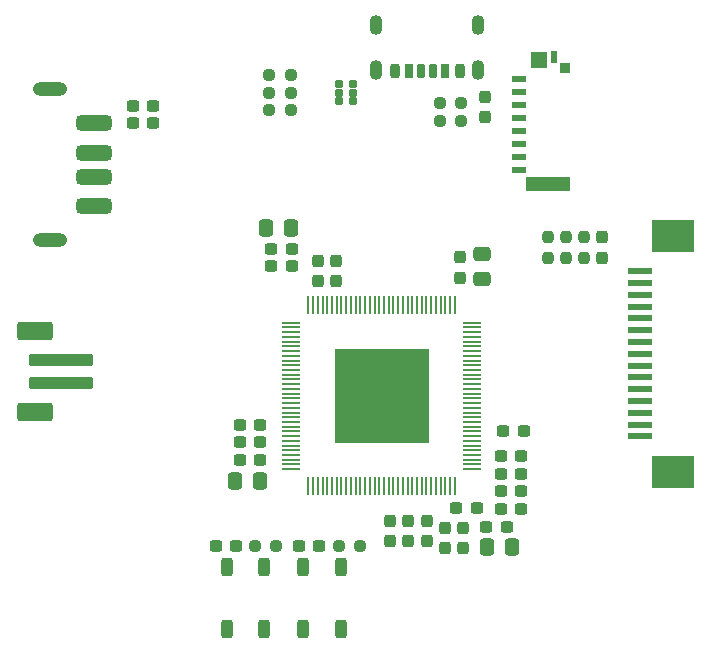
<source format=gtp>
%TF.GenerationSoftware,KiCad,Pcbnew,9.0.6*%
%TF.CreationDate,2025-11-11T20:17:46-05:00*%
%TF.ProjectId,CameraPCB,43616d65-7261-4504-9342-2e6b69636164,rev?*%
%TF.SameCoordinates,Original*%
%TF.FileFunction,Paste,Top*%
%TF.FilePolarity,Positive*%
%FSLAX46Y46*%
G04 Gerber Fmt 4.6, Leading zero omitted, Abs format (unit mm)*
G04 Created by KiCad (PCBNEW 9.0.6) date 2025-11-11 20:17:46*
%MOMM*%
%LPD*%
G01*
G04 APERTURE LIST*
G04 Aperture macros list*
%AMRoundRect*
0 Rectangle with rounded corners*
0 $1 Rounding radius*
0 $2 $3 $4 $5 $6 $7 $8 $9 X,Y pos of 4 corners*
0 Add a 4 corners polygon primitive as box body*
4,1,4,$2,$3,$4,$5,$6,$7,$8,$9,$2,$3,0*
0 Add four circle primitives for the rounded corners*
1,1,$1+$1,$2,$3*
1,1,$1+$1,$4,$5*
1,1,$1+$1,$6,$7*
1,1,$1+$1,$8,$9*
0 Add four rect primitives between the rounded corners*
20,1,$1+$1,$2,$3,$4,$5,0*
20,1,$1+$1,$4,$5,$6,$7,0*
20,1,$1+$1,$6,$7,$8,$9,0*
20,1,$1+$1,$8,$9,$2,$3,0*%
G04 Aperture macros list end*
%ADD10RoundRect,0.237500X-0.300000X-0.237500X0.300000X-0.237500X0.300000X0.237500X-0.300000X0.237500X0*%
%ADD11RoundRect,0.237500X-0.250000X-0.237500X0.250000X-0.237500X0.250000X0.237500X-0.250000X0.237500X0*%
%ADD12RoundRect,0.237500X0.300000X0.237500X-0.300000X0.237500X-0.300000X-0.237500X0.300000X-0.237500X0*%
%ADD13RoundRect,0.237500X-0.237500X0.250000X-0.237500X-0.250000X0.237500X-0.250000X0.237500X0.250000X0*%
%ADD14RoundRect,0.237500X0.237500X-0.300000X0.237500X0.300000X-0.237500X0.300000X-0.237500X-0.300000X0*%
%ADD15O,2.900000X1.200000*%
%ADD16RoundRect,0.325000X-1.175000X0.325000X-1.175000X-0.325000X1.175000X-0.325000X1.175000X0.325000X0*%
%ADD17RoundRect,0.250000X0.250000X-0.525000X0.250000X0.525000X-0.250000X0.525000X-0.250000X-0.525000X0*%
%ADD18RoundRect,0.250000X2.500000X-0.250000X2.500000X0.250000X-2.500000X0.250000X-2.500000X-0.250000X0*%
%ADD19RoundRect,0.250000X1.250000X-0.550000X1.250000X0.550000X-1.250000X0.550000X-1.250000X-0.550000X0*%
%ADD20RoundRect,0.237500X0.250000X0.237500X-0.250000X0.237500X-0.250000X-0.237500X0.250000X-0.237500X0*%
%ADD21RoundRect,0.250000X-0.475000X0.337500X-0.475000X-0.337500X0.475000X-0.337500X0.475000X0.337500X0*%
%ADD22RoundRect,0.237500X-0.237500X0.300000X-0.237500X-0.300000X0.237500X-0.300000X0.237500X0.300000X0*%
%ADD23R,2.000000X0.610000*%
%ADD24R,3.600000X2.680000*%
%ADD25RoundRect,0.250000X0.337500X0.475000X-0.337500X0.475000X-0.337500X-0.475000X0.337500X-0.475000X0*%
%ADD26RoundRect,0.250000X-0.337500X-0.475000X0.337500X-0.475000X0.337500X0.475000X-0.337500X0.475000X0*%
%ADD27RoundRect,0.175000X0.175000X0.425000X-0.175000X0.425000X-0.175000X-0.425000X0.175000X-0.425000X0*%
%ADD28RoundRect,0.190000X-0.190000X-0.410000X0.190000X-0.410000X0.190000X0.410000X-0.190000X0.410000X0*%
%ADD29RoundRect,0.200000X-0.200000X-0.400000X0.200000X-0.400000X0.200000X0.400000X-0.200000X0.400000X0*%
%ADD30RoundRect,0.175000X-0.175000X-0.425000X0.175000X-0.425000X0.175000X0.425000X-0.175000X0.425000X0*%
%ADD31RoundRect,0.190000X0.190000X0.410000X-0.190000X0.410000X-0.190000X-0.410000X0.190000X-0.410000X0*%
%ADD32RoundRect,0.200000X0.200000X0.400000X-0.200000X0.400000X-0.200000X-0.400000X0.200000X-0.400000X0*%
%ADD33O,1.100000X1.700000*%
%ADD34RoundRect,0.020000X0.280000X0.280000X-0.280000X0.280000X-0.280000X-0.280000X0.280000X-0.280000X0*%
%ADD35RoundRect,0.020000X0.280000X0.255000X-0.280000X0.255000X-0.280000X-0.255000X0.280000X-0.255000X0*%
%ADD36R,1.250000X0.600000*%
%ADD37R,0.850000X0.950000*%
%ADD38R,0.600000X1.000000*%
%ADD39R,3.790000X1.200000*%
%ADD40R,1.400000X1.450000*%
%ADD41RoundRect,0.062500X-0.675000X-0.062500X0.675000X-0.062500X0.675000X0.062500X-0.675000X0.062500X0*%
%ADD42RoundRect,0.062500X-0.062500X-0.675000X0.062500X-0.675000X0.062500X0.675000X-0.062500X0.675000X0*%
%ADD43R,8.000000X8.000000*%
G04 APERTURE END LIST*
D10*
%TO.C,C29*%
X140137500Y-100500000D03*
X141862500Y-100500000D03*
%TD*%
D11*
%TO.C,R17*%
X157037500Y-73250000D03*
X158862500Y-73250000D03*
%TD*%
%TO.C,R16*%
X157037500Y-74750000D03*
X158862500Y-74750000D03*
%TD*%
D12*
%TO.C,C11*%
X163962500Y-106150000D03*
X162237500Y-106150000D03*
%TD*%
D13*
%TO.C,R12*%
X167750000Y-84587500D03*
X167750000Y-86412500D03*
%TD*%
D14*
%TO.C,C23*%
X156000000Y-110362500D03*
X156000000Y-108637500D03*
%TD*%
D10*
%TO.C,C26*%
X140137500Y-103500000D03*
X141862500Y-103500000D03*
%TD*%
D12*
%TO.C,C10*%
X163962500Y-104650000D03*
X162237500Y-104650000D03*
%TD*%
D15*
%TO.C,J2*%
X124050000Y-72100000D03*
X124050000Y-84900000D03*
D16*
X127750000Y-75000000D03*
X127750000Y-77500000D03*
X127750000Y-79500000D03*
X127750000Y-82000000D03*
%TD*%
D17*
%TO.C,SW2*%
X139000000Y-117825000D03*
X139000000Y-112575000D03*
X142200000Y-117825000D03*
X142200000Y-112575000D03*
%TD*%
D14*
%TO.C,C34*%
X160900000Y-74462500D03*
X160900000Y-72737500D03*
%TD*%
D18*
%TO.C,BT1*%
X125000000Y-97000000D03*
X125000000Y-95000000D03*
D19*
X122750000Y-99400000D03*
X122750000Y-92600000D03*
%TD*%
D10*
%TO.C,C27*%
X140137500Y-102000000D03*
X141862500Y-102000000D03*
%TD*%
D11*
%TO.C,R19*%
X142587500Y-70900000D03*
X144412500Y-70900000D03*
%TD*%
D20*
%TO.C,R20*%
X150312500Y-110800000D03*
X148487500Y-110800000D03*
%TD*%
D10*
%TO.C,C46*%
X131037500Y-75000000D03*
X132762500Y-75000000D03*
%TD*%
D11*
%TO.C,R28*%
X142587500Y-72400000D03*
X144412500Y-72400000D03*
%TD*%
D21*
%TO.C,C37*%
X160600000Y-86062500D03*
X160600000Y-88137500D03*
%TD*%
D14*
%TO.C,C33*%
X154400000Y-110362500D03*
X154400000Y-108637500D03*
%TD*%
D12*
%TO.C,C76*%
X162712500Y-109150000D03*
X160987500Y-109150000D03*
%TD*%
%TO.C,C60*%
X139800000Y-110800000D03*
X138075000Y-110800000D03*
%TD*%
D22*
%TO.C,C18*%
X148300000Y-86637500D03*
X148300000Y-88362500D03*
%TD*%
D12*
%TO.C,C59*%
X146862500Y-110800000D03*
X145137500Y-110800000D03*
%TD*%
D13*
%TO.C,R31*%
X166250000Y-84587500D03*
X166250000Y-86412500D03*
%TD*%
D23*
%TO.C,J1*%
X174000000Y-101500000D03*
X174000000Y-100500000D03*
X174000000Y-99500000D03*
X174000000Y-98500000D03*
X174000000Y-97500000D03*
X174000000Y-96500000D03*
X174000000Y-95500000D03*
X174000000Y-94500000D03*
X174000000Y-93500000D03*
X174000000Y-92500000D03*
X174000000Y-91500000D03*
X174000000Y-90500000D03*
X174000000Y-89500000D03*
X174000000Y-88500000D03*
X174000000Y-87500000D03*
D24*
X176800000Y-104490000D03*
X176800000Y-84510000D03*
%TD*%
D14*
%TO.C,C75*%
X157500000Y-110962500D03*
X157500000Y-109237500D03*
%TD*%
%TO.C,C4*%
X170750000Y-86362500D03*
X170750000Y-84637500D03*
%TD*%
D25*
%TO.C,C7*%
X163137500Y-110900000D03*
X161062500Y-110900000D03*
%TD*%
D11*
%TO.C,R29*%
X142587500Y-73900000D03*
X144412500Y-73900000D03*
%TD*%
D10*
%TO.C,C32*%
X142775000Y-87100000D03*
X144500000Y-87100000D03*
%TD*%
D26*
%TO.C,C25*%
X139712500Y-105250000D03*
X141787500Y-105250000D03*
%TD*%
D13*
%TO.C,R13*%
X169250000Y-84587500D03*
X169250000Y-86412500D03*
%TD*%
D22*
%TO.C,C16*%
X158800000Y-86337500D03*
X158800000Y-88062500D03*
%TD*%
D27*
%TO.C,J6*%
X156500000Y-70580000D03*
D28*
X154480000Y-70580000D03*
D29*
X153250000Y-70580000D03*
D30*
X155500000Y-70580000D03*
D31*
X157520000Y-70580000D03*
D32*
X158750000Y-70580000D03*
D33*
X160320000Y-70500000D03*
X160320000Y-66700000D03*
X151680000Y-70500000D03*
X151680000Y-66700000D03*
%TD*%
D20*
%TO.C,R21*%
X143212500Y-110800000D03*
X141387500Y-110800000D03*
%TD*%
D14*
%TO.C,C8*%
X159000000Y-110962500D03*
X159000000Y-109237500D03*
%TD*%
D10*
%TO.C,C47*%
X131037500Y-73500000D03*
X132762500Y-73500000D03*
%TD*%
D26*
%TO.C,C30*%
X142362500Y-83870800D03*
X144437500Y-83870800D03*
%TD*%
D10*
%TO.C,C12*%
X162237500Y-103150000D03*
X163962500Y-103150000D03*
%TD*%
D34*
%TO.C,D1*%
X149700000Y-73125000D03*
D35*
X149700000Y-72400000D03*
D34*
X149700000Y-71675000D03*
X148500000Y-71675000D03*
D35*
X148500000Y-72400000D03*
D34*
X148500000Y-73125000D03*
%TD*%
D22*
%TO.C,C22*%
X146750000Y-86637500D03*
X146750000Y-88362500D03*
%TD*%
D10*
%TO.C,C31*%
X142775000Y-85600000D03*
X144500000Y-85600000D03*
%TD*%
D12*
%TO.C,C9*%
X163962500Y-107650000D03*
X162237500Y-107650000D03*
%TD*%
%TO.C,C17*%
X164162500Y-101000000D03*
X162437500Y-101000000D03*
%TD*%
%TO.C,C13*%
X160162500Y-107600000D03*
X158437500Y-107600000D03*
%TD*%
D14*
%TO.C,C28*%
X152800000Y-110362500D03*
X152800000Y-108637500D03*
%TD*%
D36*
%TO.C,J3*%
X163725000Y-71250000D03*
X163725000Y-72350000D03*
X163725000Y-73450000D03*
X163725000Y-74550000D03*
X163725000Y-75650000D03*
X163725000Y-76750000D03*
X163725000Y-77850000D03*
X163725000Y-78950000D03*
D37*
X167675000Y-70325000D03*
D38*
X166700000Y-69400000D03*
D39*
X166205000Y-80100000D03*
D40*
X165450000Y-69625000D03*
%TD*%
D41*
%TO.C,U2*%
X144462500Y-91875000D03*
X144462500Y-92275000D03*
X144462500Y-92675000D03*
X144462500Y-93075000D03*
X144462500Y-93475000D03*
X144462500Y-93875000D03*
X144462500Y-94275000D03*
X144462500Y-94675000D03*
X144462500Y-95075000D03*
X144462500Y-95475000D03*
X144462500Y-95875000D03*
X144462500Y-96275000D03*
X144462500Y-96675000D03*
X144462500Y-97075000D03*
X144462500Y-97475000D03*
X144462500Y-97875000D03*
X144462500Y-98275000D03*
X144462500Y-98675000D03*
X144462500Y-99075000D03*
X144462500Y-99475000D03*
X144462500Y-99875000D03*
X144462500Y-100275000D03*
X144462500Y-100675000D03*
X144462500Y-101075000D03*
X144462500Y-101475000D03*
X144462500Y-101875000D03*
X144462500Y-102275000D03*
X144462500Y-102675000D03*
X144462500Y-103075000D03*
X144462500Y-103475000D03*
X144462500Y-103875000D03*
X144462500Y-104275000D03*
D42*
X145925000Y-105737500D03*
X146325000Y-105737500D03*
X146725000Y-105737500D03*
X147125000Y-105737500D03*
X147525000Y-105737500D03*
X147925000Y-105737500D03*
X148325000Y-105737500D03*
X148725000Y-105737500D03*
X149125000Y-105737500D03*
X149525000Y-105737500D03*
X149925000Y-105737500D03*
X150325000Y-105737500D03*
X150725000Y-105737500D03*
X151125000Y-105737500D03*
X151525000Y-105737500D03*
X151925000Y-105737500D03*
X152325000Y-105737500D03*
X152725000Y-105737500D03*
X153125000Y-105737500D03*
X153525000Y-105737500D03*
X153925000Y-105737500D03*
X154325000Y-105737500D03*
X154725000Y-105737500D03*
X155125000Y-105737500D03*
X155525000Y-105737500D03*
X155925000Y-105737500D03*
X156325000Y-105737500D03*
X156725000Y-105737500D03*
X157125000Y-105737500D03*
X157525000Y-105737500D03*
X157925000Y-105737500D03*
X158325000Y-105737500D03*
D41*
X159787500Y-104275000D03*
X159787500Y-103875000D03*
X159787500Y-103475000D03*
X159787500Y-103075000D03*
X159787500Y-102675000D03*
X159787500Y-102275000D03*
X159787500Y-101875000D03*
X159787500Y-101475000D03*
X159787500Y-101075000D03*
X159787500Y-100675000D03*
X159787500Y-100275000D03*
X159787500Y-99875000D03*
X159787500Y-99475000D03*
X159787500Y-99075000D03*
X159787500Y-98675000D03*
X159787500Y-98275000D03*
X159787500Y-97875000D03*
X159787500Y-97475000D03*
X159787500Y-97075000D03*
X159787500Y-96675000D03*
X159787500Y-96275000D03*
X159787500Y-95875000D03*
X159787500Y-95475000D03*
X159787500Y-95075000D03*
X159787500Y-94675000D03*
X159787500Y-94275000D03*
X159787500Y-93875000D03*
X159787500Y-93475000D03*
X159787500Y-93075000D03*
X159787500Y-92675000D03*
X159787500Y-92275000D03*
X159787500Y-91875000D03*
D42*
X158325000Y-90412500D03*
X157925000Y-90412500D03*
X157525000Y-90412500D03*
X157125000Y-90412500D03*
X156725000Y-90412500D03*
X156325000Y-90412500D03*
X155925000Y-90412500D03*
X155525000Y-90412500D03*
X155125000Y-90412500D03*
X154725000Y-90412500D03*
X154325000Y-90412500D03*
X153925000Y-90412500D03*
X153525000Y-90412500D03*
X153125000Y-90412500D03*
X152725000Y-90412500D03*
X152325000Y-90412500D03*
X151925000Y-90412500D03*
X151525000Y-90412500D03*
X151125000Y-90412500D03*
X150725000Y-90412500D03*
X150325000Y-90412500D03*
X149925000Y-90412500D03*
X149525000Y-90412500D03*
X149125000Y-90412500D03*
X148725000Y-90412500D03*
X148325000Y-90412500D03*
X147925000Y-90412500D03*
X147525000Y-90412500D03*
X147125000Y-90412500D03*
X146725000Y-90412500D03*
X146325000Y-90412500D03*
X145925000Y-90412500D03*
D43*
X152125000Y-98075000D03*
%TD*%
D17*
%TO.C,SW1*%
X145500000Y-117825000D03*
X145500000Y-112575000D03*
X148700000Y-117825000D03*
X148700000Y-112575000D03*
%TD*%
M02*

</source>
